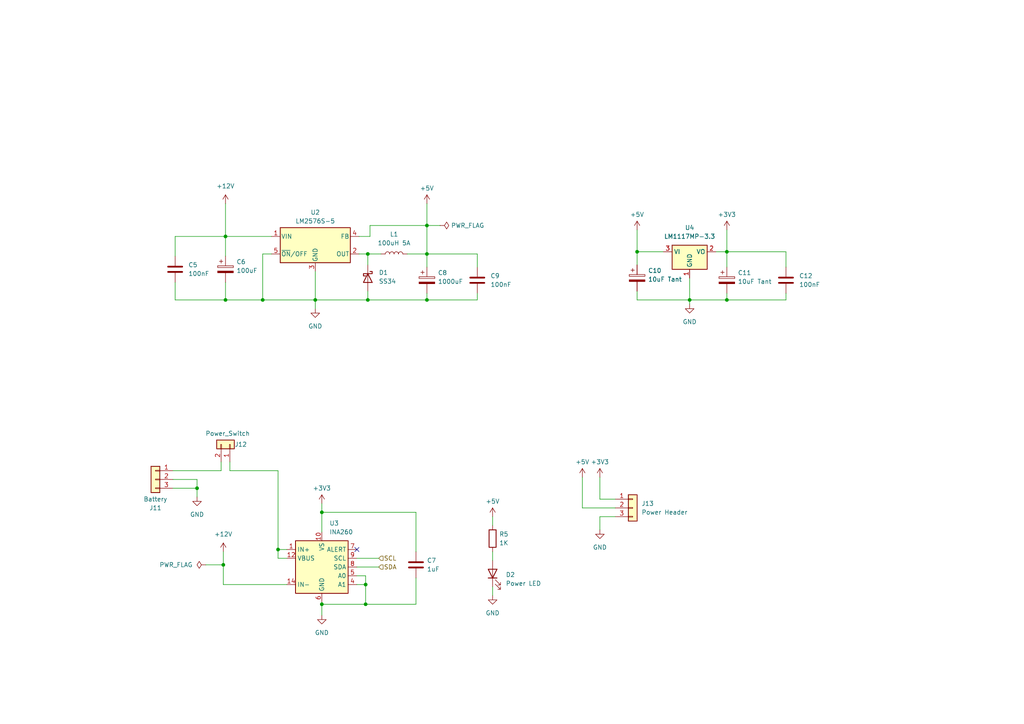
<source format=kicad_sch>
(kicad_sch (version 20230121) (generator eeschema)
  (paper "A4")
  (title_block (title "Valiant Turtle 2 - Power Supplies") (date "2024-01-05") (rev "1_0") (company "https://www.waitingforfriday.com") (comment 1 "(c) 2024 Simon Inns") (comment 2 "License: Attribution-ShareAlike 4.0 International (CC BY-SA 4.0)"))
  (lib_symbols
    (symbol "Connector_Generic:Conn_01x02" (pin_names (offset 1.016) hide)
      (property "Reference" "J" (at 0 2.54 0))
      (property "Value" "Conn_01x02" (at 0 -5.08 0))
      (symbol "Conn_01x02_1_1"
        (rectangle (start -1.27 -2.413) (end 0 -2.667) (stroke (width 0.1524)))
        (rectangle (start -1.27 0.127) (end 0 -0.127) (stroke (width 0.1524)))
        (rectangle (start -1.27 1.27) (end 1.27 -3.81) (stroke (width 0.254)) (fill (type background)))
        (pin passive line (at -5.08 0 0) (length 3.81) (name "Pin_1") (number "1"))
        (pin passive line (at -5.08 -2.54 0) (length 3.81) (name "Pin_2") (number "2"))
      )
    )
    (symbol "Connector_Generic:Conn_01x03" (pin_names (offset 1.016) hide)
      (property "Reference" "J" (at 0 5.08 0))
      (property "Value" "Conn_01x03" (at 0 -5.08 0))
      (symbol "Conn_01x03_1_1"
        (rectangle (start -1.27 -2.413) (end 0 -2.667) (stroke (width 0.1524)))
        (rectangle (start -1.27 0.127) (end 0 -0.127) (stroke (width 0.1524)))
        (rectangle (start -1.27 2.667) (end 0 2.413) (stroke (width 0.1524)))
        (rectangle (start -1.27 3.81) (end 1.27 -3.81) (stroke (width 0.254)) (fill (type background)))
        (pin passive line (at -5.08 2.54 0) (length 3.81) (name "Pin_1") (number "1"))
        (pin passive line (at -5.08 0 0) (length 3.81) (name "Pin_2") (number "2"))
        (pin passive line (at -5.08 -2.54 0) (length 3.81) (name "Pin_3") (number "3"))
      )
    )
    (symbol "Device:C" (pin_numbers hide) (pin_names (offset 0.254))
      (property "Reference" "C" (at 0.635 2.54 0))
      (property "Value" "C" (at 0.635 -2.54 0))
      (symbol "C_0_1"
        (polyline (pts (xy -2.032 -0.762) (xy 2.032 -0.762)) (stroke (width 0.508)))
        (polyline (pts (xy -2.032 0.762) (xy 2.032 0.762)) (stroke (width 0.508)))
      )
      (symbol "C_1_1"
        (pin passive line (at 0 3.81 270) (length 2.794) (name "~") (number "1"))
        (pin passive line (at 0 -3.81 90) (length 2.794) (name "~") (number "2"))
      )
    )
    (symbol "Device:C_Polarized" (pin_numbers hide) (pin_names (offset 0.254))
      (property "Reference" "C" (at 0.635 2.54 0))
      (property "Value" "C_Polarized" (at 0.635 -2.54 0))
      (symbol "C_Polarized_0_1"
        (rectangle (start -2.286 0.508) (end 2.286 1.016))
        (polyline (pts (xy -1.778 2.286) (xy -0.762 2.286)))
        (polyline (pts (xy -1.27 2.794) (xy -1.27 1.778)))
        (rectangle (start 2.286 -0.508) (end -2.286 -1.016) (fill (type outline)))
      )
      (symbol "C_Polarized_1_1"
        (pin passive line (at 0 3.81 270) (length 2.794) (name "~") (number "1"))
        (pin passive line (at 0 -3.81 90) (length 2.794) (name "~") (number "2"))
      )
    )
    (symbol "Device:D_Schottky" (pin_numbers hide) (pin_names (offset 1.016) hide)
      (property "Reference" "D" (at 0 2.54 0))
      (property "Value" "D_Schottky" (at 0 -2.54 0))
      (symbol "D_Schottky_0_1"
        (polyline (pts (xy 1.27 0) (xy -1.27 0)))
        (polyline (pts (xy 1.27 1.27) (xy 1.27 -1.27) (xy -1.27 0) (xy 1.27 1.27)) (stroke (width 0.254)))
        (polyline (pts (xy -1.905 0.635) (xy -1.905 1.27) (xy -1.27 1.27) (xy -1.27 -1.27) (xy -0.635 -1.27) (xy -0.635 -0.635)) (stroke (width 0.254)))
      )
      (symbol "D_Schottky_1_1"
        (pin passive line (at -3.81 0 0) (length 2.54) (name "K") (number "1"))
        (pin passive line (at 3.81 0 180) (length 2.54) (name "A") (number "2"))
      )
    )
    (symbol "Device:L" (pin_numbers hide) (pin_names (offset 1.016) hide)
      (property "Reference" "L" (at -1.27 0 90))
      (property "Value" "L" (at 1.905 0 90))
      (symbol "L_0_1"
        (arc (start 0 -2.54) (mid 0.6323 -1.905) (end 0 -1.27))
        (arc (start 0 -1.27) (mid 0.6323 -0.635) (end 0 0))
        (arc (start 0 0) (mid 0.6323 0.635) (end 0 1.27))
        (arc (start 0 1.27) (mid 0.6323 1.905) (end 0 2.54))
      )
      (symbol "L_1_1"
        (pin passive line (at 0 3.81 270) (length 1.27) (name "1") (number "1"))
        (pin passive line (at 0 -3.81 90) (length 1.27) (name "2") (number "2"))
      )
    )
    (symbol "Device:LED" (pin_numbers hide) (pin_names (offset 1.016) hide)
      (property "Reference" "D" (at 0 2.54 0))
      (property "Value" "LED" (at 0 -2.54 0))
      (symbol "LED_0_1"
        (polyline (pts (xy -1.27 -1.27) (xy -1.27 1.27)) (stroke (width 0.254)))
        (polyline (pts (xy -1.27 0) (xy 1.27 0)))
        (polyline (pts (xy 1.27 -1.27) (xy 1.27 1.27) (xy -1.27 0) (xy 1.27 -1.27)) (stroke (width 0.254)))
        (polyline (pts (xy -3.048 -0.762) (xy -4.572 -2.286) (xy -3.81 -2.286) (xy -4.572 -2.286) (xy -4.572 -1.524)))
        (polyline (pts (xy -1.778 -0.762) (xy -3.302 -2.286) (xy -2.54 -2.286) (xy -3.302 -2.286) (xy -3.302 -1.524)))
      )
      (symbol "LED_1_1"
        (pin passive line (at -3.81 0 0) (length 2.54) (name "K") (number "1"))
        (pin passive line (at 3.81 0 180) (length 2.54) (name "A") (number "2"))
      )
    )
    (symbol "Device:R" (pin_numbers hide) (pin_names (offset 0))
      (property "Reference" "R" (at 2.032 0 90))
      (property "Value" "R" (at 0 0 90))
      (symbol "R_0_1"
        (rectangle (start -1.016 -2.54) (end 1.016 2.54) (stroke (width 0.254)))
      )
      (symbol "R_1_1"
        (pin passive line (at 0 3.81 270) (length 1.27) (name "~") (number "1"))
        (pin passive line (at 0 -3.81 90) (length 1.27) (name "~") (number "2"))
      )
    )
    (symbol "Regulator_Linear:LM1117MP-3.3"
      (property "Reference" "U" (at -3.81 3.175 0))
      (property "Value" "LM1117MP-3.3" (at 0 3.175 0))
      (symbol "LM1117MP-3.3_0_1"
        (rectangle (start -5.08 -5.08) (end 5.08 1.905) (stroke (width 0.254)) (fill (type background)))
      )
      (symbol "LM1117MP-3.3_1_1"
        (pin power_in line (at 0 -7.62 90) (length 2.54) (name "GND") (number "1"))
        (pin power_out line (at 7.62 0 180) (length 2.54) (name "VO") (number "2"))
        (pin power_in line (at -7.62 0 0) (length 2.54) (name "VI") (number "3"))
      )
    )
    (symbol "Regulator_Switching:LM2576S-5" (pin_names (offset 0.254))
      (property "Reference" "U" (at -10.16 6.35 0))
      (property "Value" "LM2576S-5" (at 0 6.35 0))
      (symbol "LM2576S-5_0_1"
        (rectangle (start -10.16 5.08) (end 10.16 -5.08) (stroke (width 0.254)) (fill (type background)))
      )
      (symbol "LM2576S-5_1_1"
        (pin power_in line (at -12.7 2.54 0) (length 2.54) (name "VIN") (number "1"))
        (pin output line (at 12.7 -2.54 180) (length 2.54) (name "OUT") (number "2"))
        (pin power_in line (at 0 -7.62 90) (length 2.54) (name "GND") (number "3"))
        (pin input line (at 12.7 2.54 180) (length 2.54) (name "FB") (number "4"))
        (pin input line (at -12.7 -2.54 0) (length 2.54) (name "~{ON}/OFF") (number "5"))
      )
    )
    (symbol "Sensor:INA260"
      (property "Reference" "U" (at -6.35 8.89 0))
      (property "Value" "INA260" (at 2.54 8.89 0))
      (symbol "INA260_0_1"
        (rectangle (start -7.62 7.62) (end 7.62 -7.62) (stroke (width 0.254)) (fill (type background)))
      )
      (symbol "INA260_1_1"
        (pin passive line (at -10.16 5.08 0) (length 2.54) (name "IN+") (number "1"))
        (pin power_in line (at 0 10.16 270) (length 2.54) (name "VS") (number "10"))
        (pin passive line (at 0 -10.16 90) (length 2.54) hide (name "GND") (number "11"))
        (pin passive line (at -10.16 2.54 0) (length 2.54) (name "VBUS") (number "12"))
        (pin no_connect line (at 2.54 -7.62 90) (length 2.54) hide (name "NC") (number "13"))
        (pin passive line (at -10.16 -5.08 0) (length 2.54) (name "IN-") (number "14"))
        (pin passive line (at -10.16 -5.08 0) (length 2.54) hide (name "IN-") (number "15"))
        (pin passive line (at -10.16 -5.08 0) (length 2.54) hide (name "IN-") (number "16"))
        (pin passive line (at -10.16 5.08 0) (length 2.54) hide (name "IN+") (number "2"))
        (pin passive line (at -10.16 5.08 0) (length 2.54) hide (name "IN+") (number "3"))
        (pin input line (at 10.16 -5.08 180) (length 2.54) (name "A1") (number "4"))
        (pin input line (at 10.16 -2.54 180) (length 2.54) (name "A0") (number "5"))
        (pin power_in line (at 0 -10.16 90) (length 2.54) (name "GND") (number "6"))
        (pin open_collector line (at 10.16 5.08 180) (length 2.54) (name "ALERT") (number "7"))
        (pin bidirectional line (at 10.16 0 180) (length 2.54) (name "SDA") (number "8"))
        (pin input line (at 10.16 2.54 180) (length 2.54) (name "SCL") (number "9"))
      )
    )
    (symbol "power:+12V" (power) (pin_names (offset 0))
      (property "Value" "+12V" (at 0 3.556 0))
      (symbol "+12V_0_1"
        (polyline (pts (xy -0.762 1.27) (xy 0 2.54)))
        (polyline (pts (xy 0 0) (xy 0 2.54)))
        (polyline (pts (xy 0 2.54) (xy 0.762 1.27)))
      )
      (symbol "+12V_1_1"
        (pin power_in line (at 0 0 90) (length 0) hide (name "+12V") (number "1"))
      )
    )
    (symbol "power:+3V3" (power) (pin_names (offset 0))
      (property "Value" "+3V3" (at 0 3.556 0))
      (symbol "+3V3_0_1"
        (polyline (pts (xy -0.762 1.27) (xy 0 2.54)))
        (polyline (pts (xy 0 0) (xy 0 2.54)))
        (polyline (pts (xy 0 2.54) (xy 0.762 1.27)))
      )
      (symbol "+3V3_1_1"
        (pin power_in line (at 0 0 90) (length 0) hide (name "+3V3") (number "1"))
      )
    )
    (symbol "power:+5V" (power) (pin_names (offset 0))
      (property "Value" "+5V" (at 0 3.556 0))
      (symbol "+5V_0_1"
        (polyline (pts (xy -0.762 1.27) (xy 0 2.54)))
        (polyline (pts (xy 0 0) (xy 0 2.54)))
        (polyline (pts (xy 0 2.54) (xy 0.762 1.27)))
      )
      (symbol "+5V_1_1"
        (pin power_in line (at 0 0 90) (length 0) hide (name "+5V") (number "1"))
      )
    )
    (symbol "power:GND" (power) (pin_names (offset 0))
      (property "Value" "GND" (at 0 -3.81 0))
      (symbol "GND_0_1"
        (polyline (pts (xy 0 0) (xy 0 -1.27) (xy 1.27 -1.27) (xy 0 -2.54) (xy -1.27 -1.27) (xy 0 -1.27)))
      )
      (symbol "GND_1_1"
        (pin power_in line (at 0 0 270) (length 0) hide (name "GND") (number "1"))
      )
    )
    (symbol "power:PWR_FLAG" (power) (pin_numbers hide) (pin_names (offset 0) hide)
      (property "Value" "PWR_FLAG" (at 0 3.81 0))
      (symbol "PWR_FLAG_0_0"
        (pin power_out line (at 0 0 90) (length 0) (name "pwr") (number "1"))
      )
      (symbol "PWR_FLAG_0_1"
        (polyline (pts (xy 0 0) (xy 0 1.27) (xy -1.016 1.905) (xy 0 2.54) (xy 1.016 1.905) (xy 0 1.27)))
      )
    )
  )
  (junction (at 106.045 169.545))
  (junction (at 123.825 86.995))
  (junction (at 91.44 86.995))
  (junction (at 210.82 86.995))
  (junction (at 93.345 148.59))
  (junction (at 184.785 73.025))
  (junction (at 64.77 163.83))
  (junction (at 106.045 175.26))
  (junction (at 76.2 86.995))
  (junction (at 57.15 141.605))
  (junction (at 106.68 86.995))
  (junction (at 65.405 86.995))
  (junction (at 106.68 73.66))
  (junction (at 65.405 68.58))
  (junction (at 80.645 159.385))
  (junction (at 200.025 86.995))
  (junction (at 123.825 73.66))
  (junction (at 123.825 65.405))
  (junction (at 93.345 175.26))
  (junction (at 210.82 73.025))
  (no_connect (at 103.505 159.385))
  (wire (pts (xy 65.405 86.995) (xy 76.2 86.995)))
  (wire (pts (xy 106.68 73.66) (xy 106.68 76.835)))
  (wire (pts (xy 107.315 68.58) (xy 107.315 65.405)))
  (wire (pts (xy 123.825 65.405) (xy 123.825 73.66)))
  (wire (pts (xy 64.135 133.985) (xy 64.135 136.525)))
  (wire (pts (xy 104.14 68.58) (xy 107.315 68.58)))
  (wire (pts (xy 50.165 139.065) (xy 57.15 139.065)))
  (wire (pts (xy 184.785 76.835) (xy 184.785 73.025)))
  (wire (pts (xy 50.8 86.995) (xy 65.405 86.995)))
  (wire (pts (xy 104.14 73.66) (xy 106.68 73.66)))
  (wire (pts (xy 200.025 86.995) (xy 210.82 86.995)))
  (wire (pts (xy 50.165 141.605) (xy 57.15 141.605)))
  (wire (pts (xy 200.025 80.645) (xy 200.025 86.995)))
  (wire (pts (xy 80.645 136.525) (xy 80.645 159.385)))
  (wire (pts (xy 64.77 163.83) (xy 64.77 169.545)))
  (wire (pts (xy 142.875 149.86) (xy 142.875 152.4)))
  (wire (pts (xy 93.345 148.59) (xy 93.345 154.305)))
  (wire (pts (xy 78.74 73.66) (xy 76.2 73.66)))
  (wire (pts (xy 106.045 175.26) (xy 93.345 175.26)))
  (wire (pts (xy 106.68 73.66) (xy 110.49 73.66)))
  (wire (pts (xy 210.82 73.025) (xy 210.82 77.47)))
  (wire (pts (xy 83.185 169.545) (xy 64.77 169.545)))
  (wire (pts (xy 80.645 159.385) (xy 80.645 161.925)))
  (wire (pts (xy 207.645 73.025) (xy 210.82 73.025)))
  (wire (pts (xy 50.165 136.525) (xy 64.135 136.525)))
  (wire (pts (xy 65.405 81.915) (xy 65.405 86.995)))
  (wire (pts (xy 184.785 84.455) (xy 184.785 86.995)))
  (wire (pts (xy 76.2 73.66) (xy 76.2 86.995)))
  (wire (pts (xy 93.345 175.26) (xy 93.345 178.435)))
  (wire (pts (xy 184.785 86.995) (xy 200.025 86.995)))
  (wire (pts (xy 168.91 138.43) (xy 168.91 147.32)))
  (wire (pts (xy 64.77 160.02) (xy 64.77 163.83)))
  (wire (pts (xy 91.44 78.74) (xy 91.44 86.995)))
  (wire (pts (xy 103.505 161.925) (xy 109.855 161.925)))
  (wire (pts (xy 93.345 174.625) (xy 93.345 175.26)))
  (wire (pts (xy 210.82 86.995) (xy 210.82 85.09)))
  (wire (pts (xy 210.82 66.675) (xy 210.82 73.025)))
  (wire (pts (xy 173.99 153.67) (xy 173.99 149.86)))
  (wire (pts (xy 123.825 59.055) (xy 123.825 65.405)))
  (wire (pts (xy 123.825 65.405) (xy 127.635 65.405)))
  (wire (pts (xy 120.65 148.59) (xy 93.345 148.59)))
  (wire (pts (xy 50.8 74.295) (xy 50.8 68.58)))
  (wire (pts (xy 184.785 73.025) (xy 192.405 73.025)))
  (wire (pts (xy 106.68 86.995) (xy 91.44 86.995)))
  (wire (pts (xy 65.405 68.58) (xy 65.405 74.295)))
  (wire (pts (xy 123.825 73.66) (xy 123.825 77.47)))
  (wire (pts (xy 76.2 86.995) (xy 91.44 86.995)))
  (wire (pts (xy 80.645 159.385) (xy 83.185 159.385)))
  (wire (pts (xy 138.43 86.995) (xy 123.825 86.995)))
  (wire (pts (xy 66.675 136.525) (xy 66.675 133.985)))
  (wire (pts (xy 120.65 167.64) (xy 120.65 175.26)))
  (wire (pts (xy 93.345 146.05) (xy 93.345 148.59)))
  (wire (pts (xy 106.045 169.545) (xy 106.045 175.26)))
  (wire (pts (xy 168.91 147.32) (xy 178.435 147.32)))
  (wire (pts (xy 142.875 170.18) (xy 142.875 172.72)))
  (wire (pts (xy 57.15 141.605) (xy 57.15 144.145)))
  (wire (pts (xy 66.675 136.525) (xy 80.645 136.525)))
  (wire (pts (xy 200.025 86.995) (xy 200.025 88.265)))
  (wire (pts (xy 107.315 65.405) (xy 123.825 65.405)))
  (wire (pts (xy 138.43 73.66) (xy 123.825 73.66)))
  (wire (pts (xy 91.44 86.995) (xy 91.44 89.535)))
  (wire (pts (xy 103.505 167.005) (xy 106.045 167.005)))
  (wire (pts (xy 184.785 66.675) (xy 184.785 73.025)))
  (wire (pts (xy 103.505 169.545) (xy 106.045 169.545)))
  (wire (pts (xy 173.99 144.78) (xy 178.435 144.78)))
  (wire (pts (xy 65.405 68.58) (xy 65.405 59.055)))
  (wire (pts (xy 118.11 73.66) (xy 123.825 73.66)))
  (wire (pts (xy 59.69 163.83) (xy 64.77 163.83)))
  (wire (pts (xy 227.965 85.09) (xy 227.965 86.995)))
  (wire (pts (xy 142.875 160.02) (xy 142.875 162.56)))
  (wire (pts (xy 138.43 77.47) (xy 138.43 73.66)))
  (wire (pts (xy 103.505 164.465) (xy 109.855 164.465)))
  (wire (pts (xy 227.965 86.995) (xy 210.82 86.995)))
  (wire (pts (xy 173.99 149.86) (xy 178.435 149.86)))
  (wire (pts (xy 123.825 86.995) (xy 106.68 86.995)))
  (wire (pts (xy 57.15 139.065) (xy 57.15 141.605)))
  (wire (pts (xy 78.74 68.58) (xy 65.405 68.58)))
  (wire (pts (xy 120.65 160.02) (xy 120.65 148.59)))
  (wire (pts (xy 83.185 161.925) (xy 80.645 161.925)))
  (wire (pts (xy 106.045 167.005) (xy 106.045 169.545)))
  (wire (pts (xy 123.825 85.09) (xy 123.825 86.995)))
  (wire (pts (xy 50.8 81.915) (xy 50.8 86.995)))
  (wire (pts (xy 106.68 84.455) (xy 106.68 86.995)))
  (wire (pts (xy 120.65 175.26) (xy 106.045 175.26)))
  (wire (pts (xy 227.965 73.025) (xy 227.965 77.47)))
  (wire (pts (xy 138.43 85.09) (xy 138.43 86.995)))
  (wire (pts (xy 50.8 68.58) (xy 65.405 68.58)))
  (wire (pts (xy 210.82 73.025) (xy 227.965 73.025)))
  (wire (pts (xy 173.99 138.43) (xy 173.99 144.78)))
  (hierarchical_label "SCL" (shape input) (at 109.855 161.925 0))
  (hierarchical_label "SDA" (shape input) (at 109.855 164.465 0))
  (symbol (lib_id "power:+12V") (at 65.405 59.055 0) (unit 1)
    (property "Reference" "#PWR021" (effects hide))
    (property "Value" "+12V" (at 65.405 53.975 0))
  )
  (symbol (lib_id "Connector_Generic:Conn_01x03") (at 183.515 147.32 0) (unit 1)
    (property "Reference" "J13" (at 186.055 146.05 0) (effects (justify left)))
    (property "Value" "Power Header" (at 186.055 148.59 0) (effects (justify left)))
    (property "Footprint" "Connector_PinHeader_2.54mm:PinHeader_1x03_P2.54mm_Vertical" (effects hide))
  )
  (symbol (lib_id "Device:C") (at 138.43 81.28 0) (unit 1)
    (property "Reference" "C9" (at 142.24 80.01 0) (effects (justify left)))
    (property "Value" "100nF" (at 142.24 82.55 0) (effects (justify left)))
    (property "Footprint" "Capacitor_SMD:C_0805_2012Metric_Pad1.18x1.45mm_HandSolder" (effects hide))
  )
  (symbol (lib_id "Regulator_Switching:LM2576S-5") (at 91.44 71.12 0) (unit 1)
    (property "Reference" "U2" (at 91.44 61.595 0))
    (property "Value" "LM2576S-5" (at 91.44 64.135 0))
    (property "Footprint" "Package_TO_SOT_SMD:TO-263-5_TabPin3" (effects hide))
    (property "Datasheet" "http://www.ti.com/lit/ds/symlink/lm2576.pdf" (effects hide))
  )
  (symbol (lib_id "power:+3V3") (at 210.82 66.675 0) (unit 1)
    (property "Reference" "#PWR033" (effects hide))
    (property "Value" "+3V3" (at 210.82 62.23 0))
  )
  (symbol (lib_id "power:+5V") (at 168.91 138.43 0) (unit 1)
    (property "Reference" "#PWR028" (effects hide))
    (property "Value" "+5V" (at 168.91 133.985 0))
  )
  (symbol (lib_id "Device:C_Polarized") (at 184.785 80.645 0) (unit 1)
    (property "Reference" "C10" (at 187.96 78.486 0) (effects (justify left)))
    (property "Value" "10uF Tant" (at 187.96 81.026 0) (effects (justify left)))
    (property "Footprint" "Capacitor_Tantalum_SMD:CP_EIA-3528-21_Kemet-B_Pad1.50x2.35mm_HandSolder" (effects hide))
  )
  (symbol (lib_id "power:+5V") (at 142.875 149.86 0) (unit 1)
    (property "Reference" "#PWR026" (effects hide))
    (property "Value" "+5V" (at 142.875 145.415 0))
  )
  (symbol (lib_id "Regulator_Linear:LM1117MP-3.3") (at 200.025 73.025 0) (unit 1)
    (property "Reference" "U4" (at 200.025 66.04 0))
    (property "Value" "LM1117MP-3.3" (at 200.025 68.58 0))
    (property "Footprint" "Package_TO_SOT_SMD:SOT-223-3_TabPin2" (effects hide))
    (property "Datasheet" "http://www.ti.com/lit/ds/symlink/lm1117.pdf" (effects hide))
  )
  (symbol (lib_id "Device:C_Polarized") (at 65.405 78.105 0) (unit 1)
    (property "Reference" "C6" (at 68.58 75.946 0) (effects (justify left)))
    (property "Value" "100uF" (at 68.58 78.486 0) (effects (justify left)))
    (property "Footprint" "Capacitor_SMD:CP_Elec_8x6.2" (effects hide))
  )
  (symbol (lib_id "Device:C") (at 50.8 78.105 0) (unit 1)
    (property "Reference" "C5" (at 54.61 76.835 0) (effects (justify left)))
    (property "Value" "100nF" (at 54.61 79.375 0) (effects (justify left)))
    (property "Footprint" "Capacitor_SMD:C_0805_2012Metric_Pad1.18x1.45mm_HandSolder" (effects hide))
  )
  (symbol (lib_id "power:+3V3") (at 173.99 138.43 0) (unit 1)
    (property "Reference" "#PWR029" (effects hide))
    (property "Value" "+3V3" (at 173.99 133.985 0))
  )
  (symbol (lib_id "Connector_Generic:Conn_01x03") (at 45.085 139.065 0) (mirror y) (unit 1)
    (property "Reference" "J11" (at 45.085 147.32 0))
    (property "Value" "Battery" (at 45.085 144.78 0))
    (property "Footprint" "Connector_JST:JST_XH_B3B-XH-A_1x03_P2.50mm_Vertical" (effects hide))
  )
  (symbol (lib_id "power:+3V3") (at 93.345 146.05 0) (unit 1)
    (property "Reference" "#PWR023" (effects hide))
    (property "Value" "+3V3" (at 93.345 141.605 0))
  )
  (symbol (lib_id "Device:R") (at 142.875 156.21 0) (unit 1)
    (property "Reference" "R5" (at 144.78 154.94 0) (effects (justify left)))
    (property "Value" "1K" (at 144.78 157.48 0) (effects (justify left)))
    (property "Footprint" "Resistor_SMD:R_0805_2012Metric_Pad1.20x1.40mm_HandSolder" (effects hide))
  )
  (symbol (lib_id "Device:C") (at 120.65 163.83 0) (unit 1)
    (property "Reference" "C7" (at 123.825 162.56 0) (effects (justify left)))
    (property "Value" "1uF" (at 123.825 165.1 0) (effects (justify left)))
    (property "Footprint" "Capacitor_SMD:C_0805_2012Metric_Pad1.18x1.45mm_HandSolder" (effects hide))
  )
  (symbol (lib_id "power:GND") (at 173.99 153.67 0) (unit 1)
    (property "Reference" "#PWR030" (effects hide))
    (property "Value" "GND" (at 173.99 158.75 0))
  )
  (symbol (lib_id "power:+12V") (at 64.77 160.02 0) (unit 1)
    (property "Reference" "#PWR020" (effects hide))
    (property "Value" "+12V" (at 64.77 154.94 0))
  )
  (symbol (lib_id "power:GND") (at 142.875 172.72 0) (unit 1)
    (property "Reference" "#PWR027" (effects hide))
    (property "Value" "GND" (at 142.875 177.8 0))
  )
  (symbol (lib_id "power:+5V") (at 123.825 59.055 0) (unit 1)
    (property "Reference" "#PWR025" (effects hide))
    (property "Value" "+5V" (at 123.825 54.61 0))
  )
  (symbol (lib_id "power:+5V") (at 184.785 66.675 0) (unit 1)
    (property "Reference" "#PWR031" (effects hide))
    (property "Value" "+5V" (at 184.785 62.23 0))
  )
  (symbol (lib_id "power:GND") (at 93.345 178.435 0) (unit 1)
    (property "Reference" "#PWR024" (effects hide))
    (property "Value" "GND" (at 93.345 183.515 0))
  )
  (symbol (lib_id "Device:C") (at 227.965 81.28 0) (unit 1)
    (property "Reference" "C12" (at 231.775 80.01 0) (effects (justify left)))
    (property "Value" "100nF" (at 231.775 82.55 0) (effects (justify left)))
    (property "Footprint" "Capacitor_SMD:C_0805_2012Metric_Pad1.18x1.45mm_HandSolder" (effects hide))
  )
  (symbol (lib_id "Device:D_Schottky") (at 106.68 80.645 270) (unit 1)
    (property "Reference" "D1" (at 109.855 79.0575 90) (effects (justify left)))
    (property "Value" "SS34" (at 109.855 81.5975 90) (effects (justify left)))
    (property "Footprint" "Diode_SMD:D_SMC_Handsoldering" (effects hide))
  )
  (symbol (lib_id "power:PWR_FLAG") (at 59.69 163.83 90) (unit 1)
    (property "Reference" "#FLG01" (effects hide))
    (property "Value" "PWR_FLAG" (at 55.88 163.83 90) (effects (justify left)))
  )
  (symbol (lib_id "Device:LED") (at 142.875 166.37 90) (unit 1)
    (property "Reference" "D2" (at 146.685 166.6875 90) (effects (justify right)))
    (property "Value" "Power LED" (at 146.685 169.2275 90) (effects (justify right)))
    (property "Footprint" "LED_SMD:LED_0805_2012Metric_Pad1.15x1.40mm_HandSolder" (effects hide))
  )
  (symbol (lib_id "power:GND") (at 91.44 89.535 0) (unit 1)
    (property "Reference" "#PWR022" (effects hide))
    (property "Value" "GND" (at 91.44 94.615 0))
  )
  (symbol (lib_id "power:GND") (at 57.15 144.145 0) (unit 1)
    (property "Reference" "#PWR019" (effects hide))
    (property "Value" "GND" (at 57.15 149.225 0))
  )
  (symbol (lib_id "power:GND") (at 200.025 88.265 0) (unit 1)
    (property "Reference" "#PWR032" (effects hide))
    (property "Value" "GND" (at 200.025 93.345 0))
  )
  (symbol (lib_id "Sensor:INA260") (at 93.345 164.465 0) (unit 1)
    (property "Reference" "U3" (at 95.5391 151.765 0) (effects (justify left)))
    (property "Value" "INA260" (at 95.5391 154.305 0) (effects (justify left)))
    (property "Footprint" "Package_SO:TSSOP-16_4.4x5mm_P0.65mm" (effects hide))
    (property "Datasheet" "http://www.ti.com/lit/ds/symlink/ina260.pdf" (effects hide))
  )
  (symbol (lib_id "power:PWR_FLAG") (at 127.635 65.405 270) (unit 1)
    (property "Reference" "#FLG02" (effects hide))
    (property "Value" "PWR_FLAG" (at 130.81 65.405 90) (effects (justify left)))
  )
  (symbol (lib_id "Device:C_Polarized") (at 123.825 81.28 0) (unit 1)
    (property "Reference" "C8" (at 127 79.121 0) (effects (justify left)))
    (property "Value" "1000uF" (at 127 81.661 0) (effects (justify left)))
    (property "Footprint" "Capacitor_SMD:CP_Elec_10x10.5" (effects hide))
  )
  (symbol (lib_id "Device:L") (at 114.3 73.66 90) (unit 1)
    (property "Reference" "L1" (at 114.3 67.945 90))
    (property "Value" "100uH 5A" (at 114.3 70.485 90))
    (property "Footprint" "Inductor_SMD:L_Bourns_SRP1770TA_16.9x16.9mm" (effects hide))
  )
  (symbol (lib_id "Device:C_Polarized") (at 210.82 81.28 0) (unit 1)
    (property "Reference" "C11" (at 213.995 79.121 0) (effects (justify left)))
    (property "Value" "10uF Tant" (at 213.995 81.661 0) (effects (justify left)))
    (property "Footprint" "Capacitor_Tantalum_SMD:CP_EIA-3528-21_Kemet-B_Pad1.50x2.35mm_HandSolder" (effects hide))
  )
  (symbol (lib_id "Connector_Generic:Conn_01x02") (at 66.675 128.905 270) (mirror x) (unit 1)
    (property "Reference" "J12" (at 69.85 128.905 90))
    (property "Value" "Power_Switch" (at 66.04 125.73 90))
    (property "Footprint" "Connector_JST:JST_XH_B2B-XH-A_1x02_P2.50mm_Vertical" (effects hide))
  )
)
</source>
